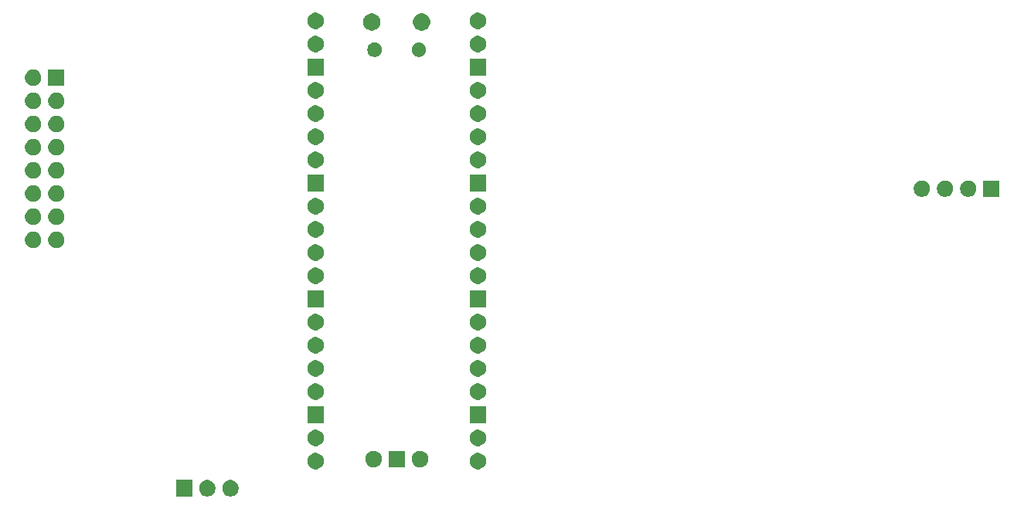
<source format=gbr>
G04 #@! TF.GenerationSoftware,KiCad,Pcbnew,5.1.5+dfsg1-2build2*
G04 #@! TF.CreationDate,2022-11-08T08:06:46+00:00*
G04 #@! TF.ProjectId,datapack-tool1,64617461-7061-4636-9b2d-746f6f6c312e,rev?*
G04 #@! TF.SameCoordinates,Original*
G04 #@! TF.FileFunction,Soldermask,Bot*
G04 #@! TF.FilePolarity,Negative*
%FSLAX46Y46*%
G04 Gerber Fmt 4.6, Leading zero omitted, Abs format (unit mm)*
G04 Created by KiCad (PCBNEW 5.1.5+dfsg1-2build2) date 2022-11-08 08:06:46*
%MOMM*%
%LPD*%
G04 APERTURE LIST*
%ADD10C,0.100000*%
G04 APERTURE END LIST*
D10*
G36*
X102701000Y-161501000D02*
G01*
X100899000Y-161501000D01*
X100899000Y-159699000D01*
X102701000Y-159699000D01*
X102701000Y-161501000D01*
G37*
G36*
X104453512Y-159703927D02*
G01*
X104602812Y-159733624D01*
X104766784Y-159801544D01*
X104914354Y-159900147D01*
X105039853Y-160025646D01*
X105138456Y-160173216D01*
X105206376Y-160337188D01*
X105241000Y-160511259D01*
X105241000Y-160688741D01*
X105206376Y-160862812D01*
X105138456Y-161026784D01*
X105039853Y-161174354D01*
X104914354Y-161299853D01*
X104766784Y-161398456D01*
X104602812Y-161466376D01*
X104453512Y-161496073D01*
X104428742Y-161501000D01*
X104251258Y-161501000D01*
X104226488Y-161496073D01*
X104077188Y-161466376D01*
X103913216Y-161398456D01*
X103765646Y-161299853D01*
X103640147Y-161174354D01*
X103541544Y-161026784D01*
X103473624Y-160862812D01*
X103439000Y-160688741D01*
X103439000Y-160511259D01*
X103473624Y-160337188D01*
X103541544Y-160173216D01*
X103640147Y-160025646D01*
X103765646Y-159900147D01*
X103913216Y-159801544D01*
X104077188Y-159733624D01*
X104226488Y-159703927D01*
X104251258Y-159699000D01*
X104428742Y-159699000D01*
X104453512Y-159703927D01*
G37*
G36*
X106993512Y-159703927D02*
G01*
X107142812Y-159733624D01*
X107306784Y-159801544D01*
X107454354Y-159900147D01*
X107579853Y-160025646D01*
X107678456Y-160173216D01*
X107746376Y-160337188D01*
X107781000Y-160511259D01*
X107781000Y-160688741D01*
X107746376Y-160862812D01*
X107678456Y-161026784D01*
X107579853Y-161174354D01*
X107454354Y-161299853D01*
X107306784Y-161398456D01*
X107142812Y-161466376D01*
X106993512Y-161496073D01*
X106968742Y-161501000D01*
X106791258Y-161501000D01*
X106766488Y-161496073D01*
X106617188Y-161466376D01*
X106453216Y-161398456D01*
X106305646Y-161299853D01*
X106180147Y-161174354D01*
X106081544Y-161026784D01*
X106013624Y-160862812D01*
X105979000Y-160688741D01*
X105979000Y-160511259D01*
X106013624Y-160337188D01*
X106081544Y-160173216D01*
X106180147Y-160025646D01*
X106305646Y-159900147D01*
X106453216Y-159801544D01*
X106617188Y-159733624D01*
X106766488Y-159703927D01*
X106791258Y-159699000D01*
X106968742Y-159699000D01*
X106993512Y-159703927D01*
G37*
G36*
X116323512Y-156733927D02*
G01*
X116472812Y-156763624D01*
X116636784Y-156831544D01*
X116784354Y-156930147D01*
X116909853Y-157055646D01*
X117008456Y-157203216D01*
X117076376Y-157367188D01*
X117111000Y-157541259D01*
X117111000Y-157718741D01*
X117076376Y-157892812D01*
X117008456Y-158056784D01*
X116909853Y-158204354D01*
X116784354Y-158329853D01*
X116636784Y-158428456D01*
X116472812Y-158496376D01*
X116323512Y-158526073D01*
X116298742Y-158531000D01*
X116121258Y-158531000D01*
X116096488Y-158526073D01*
X115947188Y-158496376D01*
X115783216Y-158428456D01*
X115635646Y-158329853D01*
X115510147Y-158204354D01*
X115411544Y-158056784D01*
X115343624Y-157892812D01*
X115309000Y-157718741D01*
X115309000Y-157541259D01*
X115343624Y-157367188D01*
X115411544Y-157203216D01*
X115510147Y-157055646D01*
X115635646Y-156930147D01*
X115783216Y-156831544D01*
X115947188Y-156763624D01*
X116096488Y-156733927D01*
X116121258Y-156729000D01*
X116298742Y-156729000D01*
X116323512Y-156733927D01*
G37*
G36*
X134103512Y-156733927D02*
G01*
X134252812Y-156763624D01*
X134416784Y-156831544D01*
X134564354Y-156930147D01*
X134689853Y-157055646D01*
X134788456Y-157203216D01*
X134856376Y-157367188D01*
X134891000Y-157541259D01*
X134891000Y-157718741D01*
X134856376Y-157892812D01*
X134788456Y-158056784D01*
X134689853Y-158204354D01*
X134564354Y-158329853D01*
X134416784Y-158428456D01*
X134252812Y-158496376D01*
X134103512Y-158526073D01*
X134078742Y-158531000D01*
X133901258Y-158531000D01*
X133876488Y-158526073D01*
X133727188Y-158496376D01*
X133563216Y-158428456D01*
X133415646Y-158329853D01*
X133290147Y-158204354D01*
X133191544Y-158056784D01*
X133123624Y-157892812D01*
X133089000Y-157718741D01*
X133089000Y-157541259D01*
X133123624Y-157367188D01*
X133191544Y-157203216D01*
X133290147Y-157055646D01*
X133415646Y-156930147D01*
X133563216Y-156831544D01*
X133727188Y-156763624D01*
X133876488Y-156733927D01*
X133901258Y-156729000D01*
X134078742Y-156729000D01*
X134103512Y-156733927D01*
G37*
G36*
X127753512Y-156503927D02*
G01*
X127902812Y-156533624D01*
X128066784Y-156601544D01*
X128214354Y-156700147D01*
X128339853Y-156825646D01*
X128438456Y-156973216D01*
X128506376Y-157137188D01*
X128541000Y-157311259D01*
X128541000Y-157488741D01*
X128506376Y-157662812D01*
X128438456Y-157826784D01*
X128339853Y-157974354D01*
X128214354Y-158099853D01*
X128066784Y-158198456D01*
X127902812Y-158266376D01*
X127753512Y-158296073D01*
X127728742Y-158301000D01*
X127551258Y-158301000D01*
X127526488Y-158296073D01*
X127377188Y-158266376D01*
X127213216Y-158198456D01*
X127065646Y-158099853D01*
X126940147Y-157974354D01*
X126841544Y-157826784D01*
X126773624Y-157662812D01*
X126739000Y-157488741D01*
X126739000Y-157311259D01*
X126773624Y-157137188D01*
X126841544Y-156973216D01*
X126940147Y-156825646D01*
X127065646Y-156700147D01*
X127213216Y-156601544D01*
X127377188Y-156533624D01*
X127526488Y-156503927D01*
X127551258Y-156499000D01*
X127728742Y-156499000D01*
X127753512Y-156503927D01*
G37*
G36*
X122673512Y-156503927D02*
G01*
X122822812Y-156533624D01*
X122986784Y-156601544D01*
X123134354Y-156700147D01*
X123259853Y-156825646D01*
X123358456Y-156973216D01*
X123426376Y-157137188D01*
X123461000Y-157311259D01*
X123461000Y-157488741D01*
X123426376Y-157662812D01*
X123358456Y-157826784D01*
X123259853Y-157974354D01*
X123134354Y-158099853D01*
X122986784Y-158198456D01*
X122822812Y-158266376D01*
X122673512Y-158296073D01*
X122648742Y-158301000D01*
X122471258Y-158301000D01*
X122446488Y-158296073D01*
X122297188Y-158266376D01*
X122133216Y-158198456D01*
X121985646Y-158099853D01*
X121860147Y-157974354D01*
X121761544Y-157826784D01*
X121693624Y-157662812D01*
X121659000Y-157488741D01*
X121659000Y-157311259D01*
X121693624Y-157137188D01*
X121761544Y-156973216D01*
X121860147Y-156825646D01*
X121985646Y-156700147D01*
X122133216Y-156601544D01*
X122297188Y-156533624D01*
X122446488Y-156503927D01*
X122471258Y-156499000D01*
X122648742Y-156499000D01*
X122673512Y-156503927D01*
G37*
G36*
X126001000Y-158301000D02*
G01*
X124199000Y-158301000D01*
X124199000Y-156499000D01*
X126001000Y-156499000D01*
X126001000Y-158301000D01*
G37*
G36*
X116323512Y-154193927D02*
G01*
X116472812Y-154223624D01*
X116636784Y-154291544D01*
X116784354Y-154390147D01*
X116909853Y-154515646D01*
X117008456Y-154663216D01*
X117076376Y-154827188D01*
X117111000Y-155001259D01*
X117111000Y-155178741D01*
X117076376Y-155352812D01*
X117008456Y-155516784D01*
X116909853Y-155664354D01*
X116784354Y-155789853D01*
X116636784Y-155888456D01*
X116472812Y-155956376D01*
X116323512Y-155986073D01*
X116298742Y-155991000D01*
X116121258Y-155991000D01*
X116096488Y-155986073D01*
X115947188Y-155956376D01*
X115783216Y-155888456D01*
X115635646Y-155789853D01*
X115510147Y-155664354D01*
X115411544Y-155516784D01*
X115343624Y-155352812D01*
X115309000Y-155178741D01*
X115309000Y-155001259D01*
X115343624Y-154827188D01*
X115411544Y-154663216D01*
X115510147Y-154515646D01*
X115635646Y-154390147D01*
X115783216Y-154291544D01*
X115947188Y-154223624D01*
X116096488Y-154193927D01*
X116121258Y-154189000D01*
X116298742Y-154189000D01*
X116323512Y-154193927D01*
G37*
G36*
X134103512Y-154193927D02*
G01*
X134252812Y-154223624D01*
X134416784Y-154291544D01*
X134564354Y-154390147D01*
X134689853Y-154515646D01*
X134788456Y-154663216D01*
X134856376Y-154827188D01*
X134891000Y-155001259D01*
X134891000Y-155178741D01*
X134856376Y-155352812D01*
X134788456Y-155516784D01*
X134689853Y-155664354D01*
X134564354Y-155789853D01*
X134416784Y-155888456D01*
X134252812Y-155956376D01*
X134103512Y-155986073D01*
X134078742Y-155991000D01*
X133901258Y-155991000D01*
X133876488Y-155986073D01*
X133727188Y-155956376D01*
X133563216Y-155888456D01*
X133415646Y-155789853D01*
X133290147Y-155664354D01*
X133191544Y-155516784D01*
X133123624Y-155352812D01*
X133089000Y-155178741D01*
X133089000Y-155001259D01*
X133123624Y-154827188D01*
X133191544Y-154663216D01*
X133290147Y-154515646D01*
X133415646Y-154390147D01*
X133563216Y-154291544D01*
X133727188Y-154223624D01*
X133876488Y-154193927D01*
X133901258Y-154189000D01*
X134078742Y-154189000D01*
X134103512Y-154193927D01*
G37*
G36*
X117111000Y-153451000D02*
G01*
X115309000Y-153451000D01*
X115309000Y-151649000D01*
X117111000Y-151649000D01*
X117111000Y-153451000D01*
G37*
G36*
X134891000Y-153451000D02*
G01*
X133089000Y-153451000D01*
X133089000Y-151649000D01*
X134891000Y-151649000D01*
X134891000Y-153451000D01*
G37*
G36*
X116323512Y-149113927D02*
G01*
X116472812Y-149143624D01*
X116636784Y-149211544D01*
X116784354Y-149310147D01*
X116909853Y-149435646D01*
X117008456Y-149583216D01*
X117076376Y-149747188D01*
X117111000Y-149921259D01*
X117111000Y-150098741D01*
X117076376Y-150272812D01*
X117008456Y-150436784D01*
X116909853Y-150584354D01*
X116784354Y-150709853D01*
X116636784Y-150808456D01*
X116472812Y-150876376D01*
X116323512Y-150906073D01*
X116298742Y-150911000D01*
X116121258Y-150911000D01*
X116096488Y-150906073D01*
X115947188Y-150876376D01*
X115783216Y-150808456D01*
X115635646Y-150709853D01*
X115510147Y-150584354D01*
X115411544Y-150436784D01*
X115343624Y-150272812D01*
X115309000Y-150098741D01*
X115309000Y-149921259D01*
X115343624Y-149747188D01*
X115411544Y-149583216D01*
X115510147Y-149435646D01*
X115635646Y-149310147D01*
X115783216Y-149211544D01*
X115947188Y-149143624D01*
X116096488Y-149113927D01*
X116121258Y-149109000D01*
X116298742Y-149109000D01*
X116323512Y-149113927D01*
G37*
G36*
X134103512Y-149113927D02*
G01*
X134252812Y-149143624D01*
X134416784Y-149211544D01*
X134564354Y-149310147D01*
X134689853Y-149435646D01*
X134788456Y-149583216D01*
X134856376Y-149747188D01*
X134891000Y-149921259D01*
X134891000Y-150098741D01*
X134856376Y-150272812D01*
X134788456Y-150436784D01*
X134689853Y-150584354D01*
X134564354Y-150709853D01*
X134416784Y-150808456D01*
X134252812Y-150876376D01*
X134103512Y-150906073D01*
X134078742Y-150911000D01*
X133901258Y-150911000D01*
X133876488Y-150906073D01*
X133727188Y-150876376D01*
X133563216Y-150808456D01*
X133415646Y-150709853D01*
X133290147Y-150584354D01*
X133191544Y-150436784D01*
X133123624Y-150272812D01*
X133089000Y-150098741D01*
X133089000Y-149921259D01*
X133123624Y-149747188D01*
X133191544Y-149583216D01*
X133290147Y-149435646D01*
X133415646Y-149310147D01*
X133563216Y-149211544D01*
X133727188Y-149143624D01*
X133876488Y-149113927D01*
X133901258Y-149109000D01*
X134078742Y-149109000D01*
X134103512Y-149113927D01*
G37*
G36*
X116323512Y-146573927D02*
G01*
X116472812Y-146603624D01*
X116636784Y-146671544D01*
X116784354Y-146770147D01*
X116909853Y-146895646D01*
X117008456Y-147043216D01*
X117076376Y-147207188D01*
X117111000Y-147381259D01*
X117111000Y-147558741D01*
X117076376Y-147732812D01*
X117008456Y-147896784D01*
X116909853Y-148044354D01*
X116784354Y-148169853D01*
X116636784Y-148268456D01*
X116472812Y-148336376D01*
X116323512Y-148366073D01*
X116298742Y-148371000D01*
X116121258Y-148371000D01*
X116096488Y-148366073D01*
X115947188Y-148336376D01*
X115783216Y-148268456D01*
X115635646Y-148169853D01*
X115510147Y-148044354D01*
X115411544Y-147896784D01*
X115343624Y-147732812D01*
X115309000Y-147558741D01*
X115309000Y-147381259D01*
X115343624Y-147207188D01*
X115411544Y-147043216D01*
X115510147Y-146895646D01*
X115635646Y-146770147D01*
X115783216Y-146671544D01*
X115947188Y-146603624D01*
X116096488Y-146573927D01*
X116121258Y-146569000D01*
X116298742Y-146569000D01*
X116323512Y-146573927D01*
G37*
G36*
X134103512Y-146573927D02*
G01*
X134252812Y-146603624D01*
X134416784Y-146671544D01*
X134564354Y-146770147D01*
X134689853Y-146895646D01*
X134788456Y-147043216D01*
X134856376Y-147207188D01*
X134891000Y-147381259D01*
X134891000Y-147558741D01*
X134856376Y-147732812D01*
X134788456Y-147896784D01*
X134689853Y-148044354D01*
X134564354Y-148169853D01*
X134416784Y-148268456D01*
X134252812Y-148336376D01*
X134103512Y-148366073D01*
X134078742Y-148371000D01*
X133901258Y-148371000D01*
X133876488Y-148366073D01*
X133727188Y-148336376D01*
X133563216Y-148268456D01*
X133415646Y-148169853D01*
X133290147Y-148044354D01*
X133191544Y-147896784D01*
X133123624Y-147732812D01*
X133089000Y-147558741D01*
X133089000Y-147381259D01*
X133123624Y-147207188D01*
X133191544Y-147043216D01*
X133290147Y-146895646D01*
X133415646Y-146770147D01*
X133563216Y-146671544D01*
X133727188Y-146603624D01*
X133876488Y-146573927D01*
X133901258Y-146569000D01*
X134078742Y-146569000D01*
X134103512Y-146573927D01*
G37*
G36*
X134103512Y-144033927D02*
G01*
X134252812Y-144063624D01*
X134416784Y-144131544D01*
X134564354Y-144230147D01*
X134689853Y-144355646D01*
X134788456Y-144503216D01*
X134856376Y-144667188D01*
X134891000Y-144841259D01*
X134891000Y-145018741D01*
X134856376Y-145192812D01*
X134788456Y-145356784D01*
X134689853Y-145504354D01*
X134564354Y-145629853D01*
X134416784Y-145728456D01*
X134252812Y-145796376D01*
X134103512Y-145826073D01*
X134078742Y-145831000D01*
X133901258Y-145831000D01*
X133876488Y-145826073D01*
X133727188Y-145796376D01*
X133563216Y-145728456D01*
X133415646Y-145629853D01*
X133290147Y-145504354D01*
X133191544Y-145356784D01*
X133123624Y-145192812D01*
X133089000Y-145018741D01*
X133089000Y-144841259D01*
X133123624Y-144667188D01*
X133191544Y-144503216D01*
X133290147Y-144355646D01*
X133415646Y-144230147D01*
X133563216Y-144131544D01*
X133727188Y-144063624D01*
X133876488Y-144033927D01*
X133901258Y-144029000D01*
X134078742Y-144029000D01*
X134103512Y-144033927D01*
G37*
G36*
X116323512Y-144033927D02*
G01*
X116472812Y-144063624D01*
X116636784Y-144131544D01*
X116784354Y-144230147D01*
X116909853Y-144355646D01*
X117008456Y-144503216D01*
X117076376Y-144667188D01*
X117111000Y-144841259D01*
X117111000Y-145018741D01*
X117076376Y-145192812D01*
X117008456Y-145356784D01*
X116909853Y-145504354D01*
X116784354Y-145629853D01*
X116636784Y-145728456D01*
X116472812Y-145796376D01*
X116323512Y-145826073D01*
X116298742Y-145831000D01*
X116121258Y-145831000D01*
X116096488Y-145826073D01*
X115947188Y-145796376D01*
X115783216Y-145728456D01*
X115635646Y-145629853D01*
X115510147Y-145504354D01*
X115411544Y-145356784D01*
X115343624Y-145192812D01*
X115309000Y-145018741D01*
X115309000Y-144841259D01*
X115343624Y-144667188D01*
X115411544Y-144503216D01*
X115510147Y-144355646D01*
X115635646Y-144230147D01*
X115783216Y-144131544D01*
X115947188Y-144063624D01*
X116096488Y-144033927D01*
X116121258Y-144029000D01*
X116298742Y-144029000D01*
X116323512Y-144033927D01*
G37*
G36*
X134103512Y-141493927D02*
G01*
X134252812Y-141523624D01*
X134416784Y-141591544D01*
X134564354Y-141690147D01*
X134689853Y-141815646D01*
X134788456Y-141963216D01*
X134856376Y-142127188D01*
X134891000Y-142301259D01*
X134891000Y-142478741D01*
X134856376Y-142652812D01*
X134788456Y-142816784D01*
X134689853Y-142964354D01*
X134564354Y-143089853D01*
X134416784Y-143188456D01*
X134252812Y-143256376D01*
X134103512Y-143286073D01*
X134078742Y-143291000D01*
X133901258Y-143291000D01*
X133876488Y-143286073D01*
X133727188Y-143256376D01*
X133563216Y-143188456D01*
X133415646Y-143089853D01*
X133290147Y-142964354D01*
X133191544Y-142816784D01*
X133123624Y-142652812D01*
X133089000Y-142478741D01*
X133089000Y-142301259D01*
X133123624Y-142127188D01*
X133191544Y-141963216D01*
X133290147Y-141815646D01*
X133415646Y-141690147D01*
X133563216Y-141591544D01*
X133727188Y-141523624D01*
X133876488Y-141493927D01*
X133901258Y-141489000D01*
X134078742Y-141489000D01*
X134103512Y-141493927D01*
G37*
G36*
X116323512Y-141493927D02*
G01*
X116472812Y-141523624D01*
X116636784Y-141591544D01*
X116784354Y-141690147D01*
X116909853Y-141815646D01*
X117008456Y-141963216D01*
X117076376Y-142127188D01*
X117111000Y-142301259D01*
X117111000Y-142478741D01*
X117076376Y-142652812D01*
X117008456Y-142816784D01*
X116909853Y-142964354D01*
X116784354Y-143089853D01*
X116636784Y-143188456D01*
X116472812Y-143256376D01*
X116323512Y-143286073D01*
X116298742Y-143291000D01*
X116121258Y-143291000D01*
X116096488Y-143286073D01*
X115947188Y-143256376D01*
X115783216Y-143188456D01*
X115635646Y-143089853D01*
X115510147Y-142964354D01*
X115411544Y-142816784D01*
X115343624Y-142652812D01*
X115309000Y-142478741D01*
X115309000Y-142301259D01*
X115343624Y-142127188D01*
X115411544Y-141963216D01*
X115510147Y-141815646D01*
X115635646Y-141690147D01*
X115783216Y-141591544D01*
X115947188Y-141523624D01*
X116096488Y-141493927D01*
X116121258Y-141489000D01*
X116298742Y-141489000D01*
X116323512Y-141493927D01*
G37*
G36*
X134891000Y-140751000D02*
G01*
X133089000Y-140751000D01*
X133089000Y-138949000D01*
X134891000Y-138949000D01*
X134891000Y-140751000D01*
G37*
G36*
X117111000Y-140751000D02*
G01*
X115309000Y-140751000D01*
X115309000Y-138949000D01*
X117111000Y-138949000D01*
X117111000Y-140751000D01*
G37*
G36*
X134103512Y-136413927D02*
G01*
X134252812Y-136443624D01*
X134416784Y-136511544D01*
X134564354Y-136610147D01*
X134689853Y-136735646D01*
X134788456Y-136883216D01*
X134856376Y-137047188D01*
X134891000Y-137221259D01*
X134891000Y-137398741D01*
X134856376Y-137572812D01*
X134788456Y-137736784D01*
X134689853Y-137884354D01*
X134564354Y-138009853D01*
X134416784Y-138108456D01*
X134252812Y-138176376D01*
X134103512Y-138206073D01*
X134078742Y-138211000D01*
X133901258Y-138211000D01*
X133876488Y-138206073D01*
X133727188Y-138176376D01*
X133563216Y-138108456D01*
X133415646Y-138009853D01*
X133290147Y-137884354D01*
X133191544Y-137736784D01*
X133123624Y-137572812D01*
X133089000Y-137398741D01*
X133089000Y-137221259D01*
X133123624Y-137047188D01*
X133191544Y-136883216D01*
X133290147Y-136735646D01*
X133415646Y-136610147D01*
X133563216Y-136511544D01*
X133727188Y-136443624D01*
X133876488Y-136413927D01*
X133901258Y-136409000D01*
X134078742Y-136409000D01*
X134103512Y-136413927D01*
G37*
G36*
X116323512Y-136413927D02*
G01*
X116472812Y-136443624D01*
X116636784Y-136511544D01*
X116784354Y-136610147D01*
X116909853Y-136735646D01*
X117008456Y-136883216D01*
X117076376Y-137047188D01*
X117111000Y-137221259D01*
X117111000Y-137398741D01*
X117076376Y-137572812D01*
X117008456Y-137736784D01*
X116909853Y-137884354D01*
X116784354Y-138009853D01*
X116636784Y-138108456D01*
X116472812Y-138176376D01*
X116323512Y-138206073D01*
X116298742Y-138211000D01*
X116121258Y-138211000D01*
X116096488Y-138206073D01*
X115947188Y-138176376D01*
X115783216Y-138108456D01*
X115635646Y-138009853D01*
X115510147Y-137884354D01*
X115411544Y-137736784D01*
X115343624Y-137572812D01*
X115309000Y-137398741D01*
X115309000Y-137221259D01*
X115343624Y-137047188D01*
X115411544Y-136883216D01*
X115510147Y-136735646D01*
X115635646Y-136610147D01*
X115783216Y-136511544D01*
X115947188Y-136443624D01*
X116096488Y-136413927D01*
X116121258Y-136409000D01*
X116298742Y-136409000D01*
X116323512Y-136413927D01*
G37*
G36*
X116323512Y-133873927D02*
G01*
X116472812Y-133903624D01*
X116636784Y-133971544D01*
X116784354Y-134070147D01*
X116909853Y-134195646D01*
X117008456Y-134343216D01*
X117076376Y-134507188D01*
X117111000Y-134681259D01*
X117111000Y-134858741D01*
X117076376Y-135032812D01*
X117008456Y-135196784D01*
X116909853Y-135344354D01*
X116784354Y-135469853D01*
X116636784Y-135568456D01*
X116472812Y-135636376D01*
X116323512Y-135666073D01*
X116298742Y-135671000D01*
X116121258Y-135671000D01*
X116096488Y-135666073D01*
X115947188Y-135636376D01*
X115783216Y-135568456D01*
X115635646Y-135469853D01*
X115510147Y-135344354D01*
X115411544Y-135196784D01*
X115343624Y-135032812D01*
X115309000Y-134858741D01*
X115309000Y-134681259D01*
X115343624Y-134507188D01*
X115411544Y-134343216D01*
X115510147Y-134195646D01*
X115635646Y-134070147D01*
X115783216Y-133971544D01*
X115947188Y-133903624D01*
X116096488Y-133873927D01*
X116121258Y-133869000D01*
X116298742Y-133869000D01*
X116323512Y-133873927D01*
G37*
G36*
X134103512Y-133873927D02*
G01*
X134252812Y-133903624D01*
X134416784Y-133971544D01*
X134564354Y-134070147D01*
X134689853Y-134195646D01*
X134788456Y-134343216D01*
X134856376Y-134507188D01*
X134891000Y-134681259D01*
X134891000Y-134858741D01*
X134856376Y-135032812D01*
X134788456Y-135196784D01*
X134689853Y-135344354D01*
X134564354Y-135469853D01*
X134416784Y-135568456D01*
X134252812Y-135636376D01*
X134103512Y-135666073D01*
X134078742Y-135671000D01*
X133901258Y-135671000D01*
X133876488Y-135666073D01*
X133727188Y-135636376D01*
X133563216Y-135568456D01*
X133415646Y-135469853D01*
X133290147Y-135344354D01*
X133191544Y-135196784D01*
X133123624Y-135032812D01*
X133089000Y-134858741D01*
X133089000Y-134681259D01*
X133123624Y-134507188D01*
X133191544Y-134343216D01*
X133290147Y-134195646D01*
X133415646Y-134070147D01*
X133563216Y-133971544D01*
X133727188Y-133903624D01*
X133876488Y-133873927D01*
X133901258Y-133869000D01*
X134078742Y-133869000D01*
X134103512Y-133873927D01*
G37*
G36*
X87913512Y-132483927D02*
G01*
X88062812Y-132513624D01*
X88226784Y-132581544D01*
X88374354Y-132680147D01*
X88499853Y-132805646D01*
X88598456Y-132953216D01*
X88666376Y-133117188D01*
X88701000Y-133291259D01*
X88701000Y-133468741D01*
X88666376Y-133642812D01*
X88598456Y-133806784D01*
X88499853Y-133954354D01*
X88374354Y-134079853D01*
X88226784Y-134178456D01*
X88062812Y-134246376D01*
X87913512Y-134276073D01*
X87888742Y-134281000D01*
X87711258Y-134281000D01*
X87686488Y-134276073D01*
X87537188Y-134246376D01*
X87373216Y-134178456D01*
X87225646Y-134079853D01*
X87100147Y-133954354D01*
X87001544Y-133806784D01*
X86933624Y-133642812D01*
X86899000Y-133468741D01*
X86899000Y-133291259D01*
X86933624Y-133117188D01*
X87001544Y-132953216D01*
X87100147Y-132805646D01*
X87225646Y-132680147D01*
X87373216Y-132581544D01*
X87537188Y-132513624D01*
X87686488Y-132483927D01*
X87711258Y-132479000D01*
X87888742Y-132479000D01*
X87913512Y-132483927D01*
G37*
G36*
X85373512Y-132483927D02*
G01*
X85522812Y-132513624D01*
X85686784Y-132581544D01*
X85834354Y-132680147D01*
X85959853Y-132805646D01*
X86058456Y-132953216D01*
X86126376Y-133117188D01*
X86161000Y-133291259D01*
X86161000Y-133468741D01*
X86126376Y-133642812D01*
X86058456Y-133806784D01*
X85959853Y-133954354D01*
X85834354Y-134079853D01*
X85686784Y-134178456D01*
X85522812Y-134246376D01*
X85373512Y-134276073D01*
X85348742Y-134281000D01*
X85171258Y-134281000D01*
X85146488Y-134276073D01*
X84997188Y-134246376D01*
X84833216Y-134178456D01*
X84685646Y-134079853D01*
X84560147Y-133954354D01*
X84461544Y-133806784D01*
X84393624Y-133642812D01*
X84359000Y-133468741D01*
X84359000Y-133291259D01*
X84393624Y-133117188D01*
X84461544Y-132953216D01*
X84560147Y-132805646D01*
X84685646Y-132680147D01*
X84833216Y-132581544D01*
X84997188Y-132513624D01*
X85146488Y-132483927D01*
X85171258Y-132479000D01*
X85348742Y-132479000D01*
X85373512Y-132483927D01*
G37*
G36*
X116323512Y-131333927D02*
G01*
X116472812Y-131363624D01*
X116636784Y-131431544D01*
X116784354Y-131530147D01*
X116909853Y-131655646D01*
X117008456Y-131803216D01*
X117076376Y-131967188D01*
X117111000Y-132141259D01*
X117111000Y-132318741D01*
X117076376Y-132492812D01*
X117008456Y-132656784D01*
X116909853Y-132804354D01*
X116784354Y-132929853D01*
X116636784Y-133028456D01*
X116472812Y-133096376D01*
X116323512Y-133126073D01*
X116298742Y-133131000D01*
X116121258Y-133131000D01*
X116096488Y-133126073D01*
X115947188Y-133096376D01*
X115783216Y-133028456D01*
X115635646Y-132929853D01*
X115510147Y-132804354D01*
X115411544Y-132656784D01*
X115343624Y-132492812D01*
X115309000Y-132318741D01*
X115309000Y-132141259D01*
X115343624Y-131967188D01*
X115411544Y-131803216D01*
X115510147Y-131655646D01*
X115635646Y-131530147D01*
X115783216Y-131431544D01*
X115947188Y-131363624D01*
X116096488Y-131333927D01*
X116121258Y-131329000D01*
X116298742Y-131329000D01*
X116323512Y-131333927D01*
G37*
G36*
X134103512Y-131333927D02*
G01*
X134252812Y-131363624D01*
X134416784Y-131431544D01*
X134564354Y-131530147D01*
X134689853Y-131655646D01*
X134788456Y-131803216D01*
X134856376Y-131967188D01*
X134891000Y-132141259D01*
X134891000Y-132318741D01*
X134856376Y-132492812D01*
X134788456Y-132656784D01*
X134689853Y-132804354D01*
X134564354Y-132929853D01*
X134416784Y-133028456D01*
X134252812Y-133096376D01*
X134103512Y-133126073D01*
X134078742Y-133131000D01*
X133901258Y-133131000D01*
X133876488Y-133126073D01*
X133727188Y-133096376D01*
X133563216Y-133028456D01*
X133415646Y-132929853D01*
X133290147Y-132804354D01*
X133191544Y-132656784D01*
X133123624Y-132492812D01*
X133089000Y-132318741D01*
X133089000Y-132141259D01*
X133123624Y-131967188D01*
X133191544Y-131803216D01*
X133290147Y-131655646D01*
X133415646Y-131530147D01*
X133563216Y-131431544D01*
X133727188Y-131363624D01*
X133876488Y-131333927D01*
X133901258Y-131329000D01*
X134078742Y-131329000D01*
X134103512Y-131333927D01*
G37*
G36*
X87913512Y-129943927D02*
G01*
X88062812Y-129973624D01*
X88226784Y-130041544D01*
X88374354Y-130140147D01*
X88499853Y-130265646D01*
X88598456Y-130413216D01*
X88666376Y-130577188D01*
X88701000Y-130751259D01*
X88701000Y-130928741D01*
X88666376Y-131102812D01*
X88598456Y-131266784D01*
X88499853Y-131414354D01*
X88374354Y-131539853D01*
X88226784Y-131638456D01*
X88062812Y-131706376D01*
X87913512Y-131736073D01*
X87888742Y-131741000D01*
X87711258Y-131741000D01*
X87686488Y-131736073D01*
X87537188Y-131706376D01*
X87373216Y-131638456D01*
X87225646Y-131539853D01*
X87100147Y-131414354D01*
X87001544Y-131266784D01*
X86933624Y-131102812D01*
X86899000Y-130928741D01*
X86899000Y-130751259D01*
X86933624Y-130577188D01*
X87001544Y-130413216D01*
X87100147Y-130265646D01*
X87225646Y-130140147D01*
X87373216Y-130041544D01*
X87537188Y-129973624D01*
X87686488Y-129943927D01*
X87711258Y-129939000D01*
X87888742Y-129939000D01*
X87913512Y-129943927D01*
G37*
G36*
X85373512Y-129943927D02*
G01*
X85522812Y-129973624D01*
X85686784Y-130041544D01*
X85834354Y-130140147D01*
X85959853Y-130265646D01*
X86058456Y-130413216D01*
X86126376Y-130577188D01*
X86161000Y-130751259D01*
X86161000Y-130928741D01*
X86126376Y-131102812D01*
X86058456Y-131266784D01*
X85959853Y-131414354D01*
X85834354Y-131539853D01*
X85686784Y-131638456D01*
X85522812Y-131706376D01*
X85373512Y-131736073D01*
X85348742Y-131741000D01*
X85171258Y-131741000D01*
X85146488Y-131736073D01*
X84997188Y-131706376D01*
X84833216Y-131638456D01*
X84685646Y-131539853D01*
X84560147Y-131414354D01*
X84461544Y-131266784D01*
X84393624Y-131102812D01*
X84359000Y-130928741D01*
X84359000Y-130751259D01*
X84393624Y-130577188D01*
X84461544Y-130413216D01*
X84560147Y-130265646D01*
X84685646Y-130140147D01*
X84833216Y-130041544D01*
X84997188Y-129973624D01*
X85146488Y-129943927D01*
X85171258Y-129939000D01*
X85348742Y-129939000D01*
X85373512Y-129943927D01*
G37*
G36*
X116323512Y-128793927D02*
G01*
X116472812Y-128823624D01*
X116636784Y-128891544D01*
X116784354Y-128990147D01*
X116909853Y-129115646D01*
X117008456Y-129263216D01*
X117076376Y-129427188D01*
X117111000Y-129601259D01*
X117111000Y-129778741D01*
X117076376Y-129952812D01*
X117008456Y-130116784D01*
X116909853Y-130264354D01*
X116784354Y-130389853D01*
X116636784Y-130488456D01*
X116472812Y-130556376D01*
X116323512Y-130586073D01*
X116298742Y-130591000D01*
X116121258Y-130591000D01*
X116096488Y-130586073D01*
X115947188Y-130556376D01*
X115783216Y-130488456D01*
X115635646Y-130389853D01*
X115510147Y-130264354D01*
X115411544Y-130116784D01*
X115343624Y-129952812D01*
X115309000Y-129778741D01*
X115309000Y-129601259D01*
X115343624Y-129427188D01*
X115411544Y-129263216D01*
X115510147Y-129115646D01*
X115635646Y-128990147D01*
X115783216Y-128891544D01*
X115947188Y-128823624D01*
X116096488Y-128793927D01*
X116121258Y-128789000D01*
X116298742Y-128789000D01*
X116323512Y-128793927D01*
G37*
G36*
X134103512Y-128793927D02*
G01*
X134252812Y-128823624D01*
X134416784Y-128891544D01*
X134564354Y-128990147D01*
X134689853Y-129115646D01*
X134788456Y-129263216D01*
X134856376Y-129427188D01*
X134891000Y-129601259D01*
X134891000Y-129778741D01*
X134856376Y-129952812D01*
X134788456Y-130116784D01*
X134689853Y-130264354D01*
X134564354Y-130389853D01*
X134416784Y-130488456D01*
X134252812Y-130556376D01*
X134103512Y-130586073D01*
X134078742Y-130591000D01*
X133901258Y-130591000D01*
X133876488Y-130586073D01*
X133727188Y-130556376D01*
X133563216Y-130488456D01*
X133415646Y-130389853D01*
X133290147Y-130264354D01*
X133191544Y-130116784D01*
X133123624Y-129952812D01*
X133089000Y-129778741D01*
X133089000Y-129601259D01*
X133123624Y-129427188D01*
X133191544Y-129263216D01*
X133290147Y-129115646D01*
X133415646Y-128990147D01*
X133563216Y-128891544D01*
X133727188Y-128823624D01*
X133876488Y-128793927D01*
X133901258Y-128789000D01*
X134078742Y-128789000D01*
X134103512Y-128793927D01*
G37*
G36*
X85373512Y-127403927D02*
G01*
X85522812Y-127433624D01*
X85686784Y-127501544D01*
X85834354Y-127600147D01*
X85959853Y-127725646D01*
X86058456Y-127873216D01*
X86126376Y-128037188D01*
X86161000Y-128211259D01*
X86161000Y-128388741D01*
X86126376Y-128562812D01*
X86058456Y-128726784D01*
X85959853Y-128874354D01*
X85834354Y-128999853D01*
X85686784Y-129098456D01*
X85522812Y-129166376D01*
X85373512Y-129196073D01*
X85348742Y-129201000D01*
X85171258Y-129201000D01*
X85146488Y-129196073D01*
X84997188Y-129166376D01*
X84833216Y-129098456D01*
X84685646Y-128999853D01*
X84560147Y-128874354D01*
X84461544Y-128726784D01*
X84393624Y-128562812D01*
X84359000Y-128388741D01*
X84359000Y-128211259D01*
X84393624Y-128037188D01*
X84461544Y-127873216D01*
X84560147Y-127725646D01*
X84685646Y-127600147D01*
X84833216Y-127501544D01*
X84997188Y-127433624D01*
X85146488Y-127403927D01*
X85171258Y-127399000D01*
X85348742Y-127399000D01*
X85373512Y-127403927D01*
G37*
G36*
X87913512Y-127403927D02*
G01*
X88062812Y-127433624D01*
X88226784Y-127501544D01*
X88374354Y-127600147D01*
X88499853Y-127725646D01*
X88598456Y-127873216D01*
X88666376Y-128037188D01*
X88701000Y-128211259D01*
X88701000Y-128388741D01*
X88666376Y-128562812D01*
X88598456Y-128726784D01*
X88499853Y-128874354D01*
X88374354Y-128999853D01*
X88226784Y-129098456D01*
X88062812Y-129166376D01*
X87913512Y-129196073D01*
X87888742Y-129201000D01*
X87711258Y-129201000D01*
X87686488Y-129196073D01*
X87537188Y-129166376D01*
X87373216Y-129098456D01*
X87225646Y-128999853D01*
X87100147Y-128874354D01*
X87001544Y-128726784D01*
X86933624Y-128562812D01*
X86899000Y-128388741D01*
X86899000Y-128211259D01*
X86933624Y-128037188D01*
X87001544Y-127873216D01*
X87100147Y-127725646D01*
X87225646Y-127600147D01*
X87373216Y-127501544D01*
X87537188Y-127433624D01*
X87686488Y-127403927D01*
X87711258Y-127399000D01*
X87888742Y-127399000D01*
X87913512Y-127403927D01*
G37*
G36*
X185279512Y-126865927D02*
G01*
X185428812Y-126895624D01*
X185592784Y-126963544D01*
X185740354Y-127062147D01*
X185865853Y-127187646D01*
X185964456Y-127335216D01*
X186032376Y-127499188D01*
X186067000Y-127673259D01*
X186067000Y-127850741D01*
X186032376Y-128024812D01*
X185964456Y-128188784D01*
X185865853Y-128336354D01*
X185740354Y-128461853D01*
X185592784Y-128560456D01*
X185428812Y-128628376D01*
X185279512Y-128658073D01*
X185254742Y-128663000D01*
X185077258Y-128663000D01*
X185052488Y-128658073D01*
X184903188Y-128628376D01*
X184739216Y-128560456D01*
X184591646Y-128461853D01*
X184466147Y-128336354D01*
X184367544Y-128188784D01*
X184299624Y-128024812D01*
X184265000Y-127850741D01*
X184265000Y-127673259D01*
X184299624Y-127499188D01*
X184367544Y-127335216D01*
X184466147Y-127187646D01*
X184591646Y-127062147D01*
X184739216Y-126963544D01*
X184903188Y-126895624D01*
X185052488Y-126865927D01*
X185077258Y-126861000D01*
X185254742Y-126861000D01*
X185279512Y-126865927D01*
G37*
G36*
X191147000Y-128663000D02*
G01*
X189345000Y-128663000D01*
X189345000Y-126861000D01*
X191147000Y-126861000D01*
X191147000Y-128663000D01*
G37*
G36*
X187819512Y-126865927D02*
G01*
X187968812Y-126895624D01*
X188132784Y-126963544D01*
X188280354Y-127062147D01*
X188405853Y-127187646D01*
X188504456Y-127335216D01*
X188572376Y-127499188D01*
X188607000Y-127673259D01*
X188607000Y-127850741D01*
X188572376Y-128024812D01*
X188504456Y-128188784D01*
X188405853Y-128336354D01*
X188280354Y-128461853D01*
X188132784Y-128560456D01*
X187968812Y-128628376D01*
X187819512Y-128658073D01*
X187794742Y-128663000D01*
X187617258Y-128663000D01*
X187592488Y-128658073D01*
X187443188Y-128628376D01*
X187279216Y-128560456D01*
X187131646Y-128461853D01*
X187006147Y-128336354D01*
X186907544Y-128188784D01*
X186839624Y-128024812D01*
X186805000Y-127850741D01*
X186805000Y-127673259D01*
X186839624Y-127499188D01*
X186907544Y-127335216D01*
X187006147Y-127187646D01*
X187131646Y-127062147D01*
X187279216Y-126963544D01*
X187443188Y-126895624D01*
X187592488Y-126865927D01*
X187617258Y-126861000D01*
X187794742Y-126861000D01*
X187819512Y-126865927D01*
G37*
G36*
X182739512Y-126865927D02*
G01*
X182888812Y-126895624D01*
X183052784Y-126963544D01*
X183200354Y-127062147D01*
X183325853Y-127187646D01*
X183424456Y-127335216D01*
X183492376Y-127499188D01*
X183527000Y-127673259D01*
X183527000Y-127850741D01*
X183492376Y-128024812D01*
X183424456Y-128188784D01*
X183325853Y-128336354D01*
X183200354Y-128461853D01*
X183052784Y-128560456D01*
X182888812Y-128628376D01*
X182739512Y-128658073D01*
X182714742Y-128663000D01*
X182537258Y-128663000D01*
X182512488Y-128658073D01*
X182363188Y-128628376D01*
X182199216Y-128560456D01*
X182051646Y-128461853D01*
X181926147Y-128336354D01*
X181827544Y-128188784D01*
X181759624Y-128024812D01*
X181725000Y-127850741D01*
X181725000Y-127673259D01*
X181759624Y-127499188D01*
X181827544Y-127335216D01*
X181926147Y-127187646D01*
X182051646Y-127062147D01*
X182199216Y-126963544D01*
X182363188Y-126895624D01*
X182512488Y-126865927D01*
X182537258Y-126861000D01*
X182714742Y-126861000D01*
X182739512Y-126865927D01*
G37*
G36*
X117111000Y-128051000D02*
G01*
X115309000Y-128051000D01*
X115309000Y-126249000D01*
X117111000Y-126249000D01*
X117111000Y-128051000D01*
G37*
G36*
X134891000Y-128051000D02*
G01*
X133089000Y-128051000D01*
X133089000Y-126249000D01*
X134891000Y-126249000D01*
X134891000Y-128051000D01*
G37*
G36*
X85373512Y-124863927D02*
G01*
X85522812Y-124893624D01*
X85686784Y-124961544D01*
X85834354Y-125060147D01*
X85959853Y-125185646D01*
X86058456Y-125333216D01*
X86126376Y-125497188D01*
X86161000Y-125671259D01*
X86161000Y-125848741D01*
X86126376Y-126022812D01*
X86058456Y-126186784D01*
X85959853Y-126334354D01*
X85834354Y-126459853D01*
X85686784Y-126558456D01*
X85522812Y-126626376D01*
X85373512Y-126656073D01*
X85348742Y-126661000D01*
X85171258Y-126661000D01*
X85146488Y-126656073D01*
X84997188Y-126626376D01*
X84833216Y-126558456D01*
X84685646Y-126459853D01*
X84560147Y-126334354D01*
X84461544Y-126186784D01*
X84393624Y-126022812D01*
X84359000Y-125848741D01*
X84359000Y-125671259D01*
X84393624Y-125497188D01*
X84461544Y-125333216D01*
X84560147Y-125185646D01*
X84685646Y-125060147D01*
X84833216Y-124961544D01*
X84997188Y-124893624D01*
X85146488Y-124863927D01*
X85171258Y-124859000D01*
X85348742Y-124859000D01*
X85373512Y-124863927D01*
G37*
G36*
X87913512Y-124863927D02*
G01*
X88062812Y-124893624D01*
X88226784Y-124961544D01*
X88374354Y-125060147D01*
X88499853Y-125185646D01*
X88598456Y-125333216D01*
X88666376Y-125497188D01*
X88701000Y-125671259D01*
X88701000Y-125848741D01*
X88666376Y-126022812D01*
X88598456Y-126186784D01*
X88499853Y-126334354D01*
X88374354Y-126459853D01*
X88226784Y-126558456D01*
X88062812Y-126626376D01*
X87913512Y-126656073D01*
X87888742Y-126661000D01*
X87711258Y-126661000D01*
X87686488Y-126656073D01*
X87537188Y-126626376D01*
X87373216Y-126558456D01*
X87225646Y-126459853D01*
X87100147Y-126334354D01*
X87001544Y-126186784D01*
X86933624Y-126022812D01*
X86899000Y-125848741D01*
X86899000Y-125671259D01*
X86933624Y-125497188D01*
X87001544Y-125333216D01*
X87100147Y-125185646D01*
X87225646Y-125060147D01*
X87373216Y-124961544D01*
X87537188Y-124893624D01*
X87686488Y-124863927D01*
X87711258Y-124859000D01*
X87888742Y-124859000D01*
X87913512Y-124863927D01*
G37*
G36*
X134103512Y-123713927D02*
G01*
X134252812Y-123743624D01*
X134416784Y-123811544D01*
X134564354Y-123910147D01*
X134689853Y-124035646D01*
X134788456Y-124183216D01*
X134856376Y-124347188D01*
X134891000Y-124521259D01*
X134891000Y-124698741D01*
X134856376Y-124872812D01*
X134788456Y-125036784D01*
X134689853Y-125184354D01*
X134564354Y-125309853D01*
X134416784Y-125408456D01*
X134252812Y-125476376D01*
X134103512Y-125506073D01*
X134078742Y-125511000D01*
X133901258Y-125511000D01*
X133876488Y-125506073D01*
X133727188Y-125476376D01*
X133563216Y-125408456D01*
X133415646Y-125309853D01*
X133290147Y-125184354D01*
X133191544Y-125036784D01*
X133123624Y-124872812D01*
X133089000Y-124698741D01*
X133089000Y-124521259D01*
X133123624Y-124347188D01*
X133191544Y-124183216D01*
X133290147Y-124035646D01*
X133415646Y-123910147D01*
X133563216Y-123811544D01*
X133727188Y-123743624D01*
X133876488Y-123713927D01*
X133901258Y-123709000D01*
X134078742Y-123709000D01*
X134103512Y-123713927D01*
G37*
G36*
X116323512Y-123713927D02*
G01*
X116472812Y-123743624D01*
X116636784Y-123811544D01*
X116784354Y-123910147D01*
X116909853Y-124035646D01*
X117008456Y-124183216D01*
X117076376Y-124347188D01*
X117111000Y-124521259D01*
X117111000Y-124698741D01*
X117076376Y-124872812D01*
X117008456Y-125036784D01*
X116909853Y-125184354D01*
X116784354Y-125309853D01*
X116636784Y-125408456D01*
X116472812Y-125476376D01*
X116323512Y-125506073D01*
X116298742Y-125511000D01*
X116121258Y-125511000D01*
X116096488Y-125506073D01*
X115947188Y-125476376D01*
X115783216Y-125408456D01*
X115635646Y-125309853D01*
X115510147Y-125184354D01*
X115411544Y-125036784D01*
X115343624Y-124872812D01*
X115309000Y-124698741D01*
X115309000Y-124521259D01*
X115343624Y-124347188D01*
X115411544Y-124183216D01*
X115510147Y-124035646D01*
X115635646Y-123910147D01*
X115783216Y-123811544D01*
X115947188Y-123743624D01*
X116096488Y-123713927D01*
X116121258Y-123709000D01*
X116298742Y-123709000D01*
X116323512Y-123713927D01*
G37*
G36*
X87913512Y-122323927D02*
G01*
X88062812Y-122353624D01*
X88226784Y-122421544D01*
X88374354Y-122520147D01*
X88499853Y-122645646D01*
X88598456Y-122793216D01*
X88666376Y-122957188D01*
X88701000Y-123131259D01*
X88701000Y-123308741D01*
X88666376Y-123482812D01*
X88598456Y-123646784D01*
X88499853Y-123794354D01*
X88374354Y-123919853D01*
X88226784Y-124018456D01*
X88062812Y-124086376D01*
X87913512Y-124116073D01*
X87888742Y-124121000D01*
X87711258Y-124121000D01*
X87686488Y-124116073D01*
X87537188Y-124086376D01*
X87373216Y-124018456D01*
X87225646Y-123919853D01*
X87100147Y-123794354D01*
X87001544Y-123646784D01*
X86933624Y-123482812D01*
X86899000Y-123308741D01*
X86899000Y-123131259D01*
X86933624Y-122957188D01*
X87001544Y-122793216D01*
X87100147Y-122645646D01*
X87225646Y-122520147D01*
X87373216Y-122421544D01*
X87537188Y-122353624D01*
X87686488Y-122323927D01*
X87711258Y-122319000D01*
X87888742Y-122319000D01*
X87913512Y-122323927D01*
G37*
G36*
X85373512Y-122323927D02*
G01*
X85522812Y-122353624D01*
X85686784Y-122421544D01*
X85834354Y-122520147D01*
X85959853Y-122645646D01*
X86058456Y-122793216D01*
X86126376Y-122957188D01*
X86161000Y-123131259D01*
X86161000Y-123308741D01*
X86126376Y-123482812D01*
X86058456Y-123646784D01*
X85959853Y-123794354D01*
X85834354Y-123919853D01*
X85686784Y-124018456D01*
X85522812Y-124086376D01*
X85373512Y-124116073D01*
X85348742Y-124121000D01*
X85171258Y-124121000D01*
X85146488Y-124116073D01*
X84997188Y-124086376D01*
X84833216Y-124018456D01*
X84685646Y-123919853D01*
X84560147Y-123794354D01*
X84461544Y-123646784D01*
X84393624Y-123482812D01*
X84359000Y-123308741D01*
X84359000Y-123131259D01*
X84393624Y-122957188D01*
X84461544Y-122793216D01*
X84560147Y-122645646D01*
X84685646Y-122520147D01*
X84833216Y-122421544D01*
X84997188Y-122353624D01*
X85146488Y-122323927D01*
X85171258Y-122319000D01*
X85348742Y-122319000D01*
X85373512Y-122323927D01*
G37*
G36*
X116323512Y-121173927D02*
G01*
X116472812Y-121203624D01*
X116636784Y-121271544D01*
X116784354Y-121370147D01*
X116909853Y-121495646D01*
X117008456Y-121643216D01*
X117076376Y-121807188D01*
X117111000Y-121981259D01*
X117111000Y-122158741D01*
X117076376Y-122332812D01*
X117008456Y-122496784D01*
X116909853Y-122644354D01*
X116784354Y-122769853D01*
X116636784Y-122868456D01*
X116472812Y-122936376D01*
X116323512Y-122966073D01*
X116298742Y-122971000D01*
X116121258Y-122971000D01*
X116096488Y-122966073D01*
X115947188Y-122936376D01*
X115783216Y-122868456D01*
X115635646Y-122769853D01*
X115510147Y-122644354D01*
X115411544Y-122496784D01*
X115343624Y-122332812D01*
X115309000Y-122158741D01*
X115309000Y-121981259D01*
X115343624Y-121807188D01*
X115411544Y-121643216D01*
X115510147Y-121495646D01*
X115635646Y-121370147D01*
X115783216Y-121271544D01*
X115947188Y-121203624D01*
X116096488Y-121173927D01*
X116121258Y-121169000D01*
X116298742Y-121169000D01*
X116323512Y-121173927D01*
G37*
G36*
X134103512Y-121173927D02*
G01*
X134252812Y-121203624D01*
X134416784Y-121271544D01*
X134564354Y-121370147D01*
X134689853Y-121495646D01*
X134788456Y-121643216D01*
X134856376Y-121807188D01*
X134891000Y-121981259D01*
X134891000Y-122158741D01*
X134856376Y-122332812D01*
X134788456Y-122496784D01*
X134689853Y-122644354D01*
X134564354Y-122769853D01*
X134416784Y-122868456D01*
X134252812Y-122936376D01*
X134103512Y-122966073D01*
X134078742Y-122971000D01*
X133901258Y-122971000D01*
X133876488Y-122966073D01*
X133727188Y-122936376D01*
X133563216Y-122868456D01*
X133415646Y-122769853D01*
X133290147Y-122644354D01*
X133191544Y-122496784D01*
X133123624Y-122332812D01*
X133089000Y-122158741D01*
X133089000Y-121981259D01*
X133123624Y-121807188D01*
X133191544Y-121643216D01*
X133290147Y-121495646D01*
X133415646Y-121370147D01*
X133563216Y-121271544D01*
X133727188Y-121203624D01*
X133876488Y-121173927D01*
X133901258Y-121169000D01*
X134078742Y-121169000D01*
X134103512Y-121173927D01*
G37*
G36*
X85373512Y-119783927D02*
G01*
X85522812Y-119813624D01*
X85686784Y-119881544D01*
X85834354Y-119980147D01*
X85959853Y-120105646D01*
X86058456Y-120253216D01*
X86126376Y-120417188D01*
X86161000Y-120591259D01*
X86161000Y-120768741D01*
X86126376Y-120942812D01*
X86058456Y-121106784D01*
X85959853Y-121254354D01*
X85834354Y-121379853D01*
X85686784Y-121478456D01*
X85522812Y-121546376D01*
X85373512Y-121576073D01*
X85348742Y-121581000D01*
X85171258Y-121581000D01*
X85146488Y-121576073D01*
X84997188Y-121546376D01*
X84833216Y-121478456D01*
X84685646Y-121379853D01*
X84560147Y-121254354D01*
X84461544Y-121106784D01*
X84393624Y-120942812D01*
X84359000Y-120768741D01*
X84359000Y-120591259D01*
X84393624Y-120417188D01*
X84461544Y-120253216D01*
X84560147Y-120105646D01*
X84685646Y-119980147D01*
X84833216Y-119881544D01*
X84997188Y-119813624D01*
X85146488Y-119783927D01*
X85171258Y-119779000D01*
X85348742Y-119779000D01*
X85373512Y-119783927D01*
G37*
G36*
X87913512Y-119783927D02*
G01*
X88062812Y-119813624D01*
X88226784Y-119881544D01*
X88374354Y-119980147D01*
X88499853Y-120105646D01*
X88598456Y-120253216D01*
X88666376Y-120417188D01*
X88701000Y-120591259D01*
X88701000Y-120768741D01*
X88666376Y-120942812D01*
X88598456Y-121106784D01*
X88499853Y-121254354D01*
X88374354Y-121379853D01*
X88226784Y-121478456D01*
X88062812Y-121546376D01*
X87913512Y-121576073D01*
X87888742Y-121581000D01*
X87711258Y-121581000D01*
X87686488Y-121576073D01*
X87537188Y-121546376D01*
X87373216Y-121478456D01*
X87225646Y-121379853D01*
X87100147Y-121254354D01*
X87001544Y-121106784D01*
X86933624Y-120942812D01*
X86899000Y-120768741D01*
X86899000Y-120591259D01*
X86933624Y-120417188D01*
X87001544Y-120253216D01*
X87100147Y-120105646D01*
X87225646Y-119980147D01*
X87373216Y-119881544D01*
X87537188Y-119813624D01*
X87686488Y-119783927D01*
X87711258Y-119779000D01*
X87888742Y-119779000D01*
X87913512Y-119783927D01*
G37*
G36*
X134103512Y-118633927D02*
G01*
X134252812Y-118663624D01*
X134416784Y-118731544D01*
X134564354Y-118830147D01*
X134689853Y-118955646D01*
X134788456Y-119103216D01*
X134856376Y-119267188D01*
X134891000Y-119441259D01*
X134891000Y-119618741D01*
X134856376Y-119792812D01*
X134788456Y-119956784D01*
X134689853Y-120104354D01*
X134564354Y-120229853D01*
X134416784Y-120328456D01*
X134252812Y-120396376D01*
X134103512Y-120426073D01*
X134078742Y-120431000D01*
X133901258Y-120431000D01*
X133876488Y-120426073D01*
X133727188Y-120396376D01*
X133563216Y-120328456D01*
X133415646Y-120229853D01*
X133290147Y-120104354D01*
X133191544Y-119956784D01*
X133123624Y-119792812D01*
X133089000Y-119618741D01*
X133089000Y-119441259D01*
X133123624Y-119267188D01*
X133191544Y-119103216D01*
X133290147Y-118955646D01*
X133415646Y-118830147D01*
X133563216Y-118731544D01*
X133727188Y-118663624D01*
X133876488Y-118633927D01*
X133901258Y-118629000D01*
X134078742Y-118629000D01*
X134103512Y-118633927D01*
G37*
G36*
X116323512Y-118633927D02*
G01*
X116472812Y-118663624D01*
X116636784Y-118731544D01*
X116784354Y-118830147D01*
X116909853Y-118955646D01*
X117008456Y-119103216D01*
X117076376Y-119267188D01*
X117111000Y-119441259D01*
X117111000Y-119618741D01*
X117076376Y-119792812D01*
X117008456Y-119956784D01*
X116909853Y-120104354D01*
X116784354Y-120229853D01*
X116636784Y-120328456D01*
X116472812Y-120396376D01*
X116323512Y-120426073D01*
X116298742Y-120431000D01*
X116121258Y-120431000D01*
X116096488Y-120426073D01*
X115947188Y-120396376D01*
X115783216Y-120328456D01*
X115635646Y-120229853D01*
X115510147Y-120104354D01*
X115411544Y-119956784D01*
X115343624Y-119792812D01*
X115309000Y-119618741D01*
X115309000Y-119441259D01*
X115343624Y-119267188D01*
X115411544Y-119103216D01*
X115510147Y-118955646D01*
X115635646Y-118830147D01*
X115783216Y-118731544D01*
X115947188Y-118663624D01*
X116096488Y-118633927D01*
X116121258Y-118629000D01*
X116298742Y-118629000D01*
X116323512Y-118633927D01*
G37*
G36*
X85373512Y-117243927D02*
G01*
X85522812Y-117273624D01*
X85686784Y-117341544D01*
X85834354Y-117440147D01*
X85959853Y-117565646D01*
X86058456Y-117713216D01*
X86126376Y-117877188D01*
X86161000Y-118051259D01*
X86161000Y-118228741D01*
X86126376Y-118402812D01*
X86058456Y-118566784D01*
X85959853Y-118714354D01*
X85834354Y-118839853D01*
X85686784Y-118938456D01*
X85522812Y-119006376D01*
X85373512Y-119036073D01*
X85348742Y-119041000D01*
X85171258Y-119041000D01*
X85146488Y-119036073D01*
X84997188Y-119006376D01*
X84833216Y-118938456D01*
X84685646Y-118839853D01*
X84560147Y-118714354D01*
X84461544Y-118566784D01*
X84393624Y-118402812D01*
X84359000Y-118228741D01*
X84359000Y-118051259D01*
X84393624Y-117877188D01*
X84461544Y-117713216D01*
X84560147Y-117565646D01*
X84685646Y-117440147D01*
X84833216Y-117341544D01*
X84997188Y-117273624D01*
X85146488Y-117243927D01*
X85171258Y-117239000D01*
X85348742Y-117239000D01*
X85373512Y-117243927D01*
G37*
G36*
X87913512Y-117243927D02*
G01*
X88062812Y-117273624D01*
X88226784Y-117341544D01*
X88374354Y-117440147D01*
X88499853Y-117565646D01*
X88598456Y-117713216D01*
X88666376Y-117877188D01*
X88701000Y-118051259D01*
X88701000Y-118228741D01*
X88666376Y-118402812D01*
X88598456Y-118566784D01*
X88499853Y-118714354D01*
X88374354Y-118839853D01*
X88226784Y-118938456D01*
X88062812Y-119006376D01*
X87913512Y-119036073D01*
X87888742Y-119041000D01*
X87711258Y-119041000D01*
X87686488Y-119036073D01*
X87537188Y-119006376D01*
X87373216Y-118938456D01*
X87225646Y-118839853D01*
X87100147Y-118714354D01*
X87001544Y-118566784D01*
X86933624Y-118402812D01*
X86899000Y-118228741D01*
X86899000Y-118051259D01*
X86933624Y-117877188D01*
X87001544Y-117713216D01*
X87100147Y-117565646D01*
X87225646Y-117440147D01*
X87373216Y-117341544D01*
X87537188Y-117273624D01*
X87686488Y-117243927D01*
X87711258Y-117239000D01*
X87888742Y-117239000D01*
X87913512Y-117243927D01*
G37*
G36*
X134103512Y-116093927D02*
G01*
X134252812Y-116123624D01*
X134416784Y-116191544D01*
X134564354Y-116290147D01*
X134689853Y-116415646D01*
X134788456Y-116563216D01*
X134856376Y-116727188D01*
X134891000Y-116901259D01*
X134891000Y-117078741D01*
X134856376Y-117252812D01*
X134788456Y-117416784D01*
X134689853Y-117564354D01*
X134564354Y-117689853D01*
X134416784Y-117788456D01*
X134252812Y-117856376D01*
X134103512Y-117886073D01*
X134078742Y-117891000D01*
X133901258Y-117891000D01*
X133876488Y-117886073D01*
X133727188Y-117856376D01*
X133563216Y-117788456D01*
X133415646Y-117689853D01*
X133290147Y-117564354D01*
X133191544Y-117416784D01*
X133123624Y-117252812D01*
X133089000Y-117078741D01*
X133089000Y-116901259D01*
X133123624Y-116727188D01*
X133191544Y-116563216D01*
X133290147Y-116415646D01*
X133415646Y-116290147D01*
X133563216Y-116191544D01*
X133727188Y-116123624D01*
X133876488Y-116093927D01*
X133901258Y-116089000D01*
X134078742Y-116089000D01*
X134103512Y-116093927D01*
G37*
G36*
X116323512Y-116093927D02*
G01*
X116472812Y-116123624D01*
X116636784Y-116191544D01*
X116784354Y-116290147D01*
X116909853Y-116415646D01*
X117008456Y-116563216D01*
X117076376Y-116727188D01*
X117111000Y-116901259D01*
X117111000Y-117078741D01*
X117076376Y-117252812D01*
X117008456Y-117416784D01*
X116909853Y-117564354D01*
X116784354Y-117689853D01*
X116636784Y-117788456D01*
X116472812Y-117856376D01*
X116323512Y-117886073D01*
X116298742Y-117891000D01*
X116121258Y-117891000D01*
X116096488Y-117886073D01*
X115947188Y-117856376D01*
X115783216Y-117788456D01*
X115635646Y-117689853D01*
X115510147Y-117564354D01*
X115411544Y-117416784D01*
X115343624Y-117252812D01*
X115309000Y-117078741D01*
X115309000Y-116901259D01*
X115343624Y-116727188D01*
X115411544Y-116563216D01*
X115510147Y-116415646D01*
X115635646Y-116290147D01*
X115783216Y-116191544D01*
X115947188Y-116123624D01*
X116096488Y-116093927D01*
X116121258Y-116089000D01*
X116298742Y-116089000D01*
X116323512Y-116093927D01*
G37*
G36*
X85373512Y-114703927D02*
G01*
X85522812Y-114733624D01*
X85686784Y-114801544D01*
X85834354Y-114900147D01*
X85959853Y-115025646D01*
X86058456Y-115173216D01*
X86126376Y-115337188D01*
X86161000Y-115511259D01*
X86161000Y-115688741D01*
X86126376Y-115862812D01*
X86058456Y-116026784D01*
X85959853Y-116174354D01*
X85834354Y-116299853D01*
X85686784Y-116398456D01*
X85522812Y-116466376D01*
X85373512Y-116496073D01*
X85348742Y-116501000D01*
X85171258Y-116501000D01*
X85146488Y-116496073D01*
X84997188Y-116466376D01*
X84833216Y-116398456D01*
X84685646Y-116299853D01*
X84560147Y-116174354D01*
X84461544Y-116026784D01*
X84393624Y-115862812D01*
X84359000Y-115688741D01*
X84359000Y-115511259D01*
X84393624Y-115337188D01*
X84461544Y-115173216D01*
X84560147Y-115025646D01*
X84685646Y-114900147D01*
X84833216Y-114801544D01*
X84997188Y-114733624D01*
X85146488Y-114703927D01*
X85171258Y-114699000D01*
X85348742Y-114699000D01*
X85373512Y-114703927D01*
G37*
G36*
X88701000Y-116501000D02*
G01*
X86899000Y-116501000D01*
X86899000Y-114699000D01*
X88701000Y-114699000D01*
X88701000Y-116501000D01*
G37*
G36*
X134891000Y-115351000D02*
G01*
X133089000Y-115351000D01*
X133089000Y-113549000D01*
X134891000Y-113549000D01*
X134891000Y-115351000D01*
G37*
G36*
X117111000Y-115351000D02*
G01*
X115309000Y-115351000D01*
X115309000Y-113549000D01*
X117111000Y-113549000D01*
X117111000Y-115351000D01*
G37*
G36*
X122908642Y-111759781D02*
G01*
X123054414Y-111820162D01*
X123054416Y-111820163D01*
X123185608Y-111907822D01*
X123297178Y-112019392D01*
X123384837Y-112150584D01*
X123384838Y-112150586D01*
X123445219Y-112296358D01*
X123476000Y-112451107D01*
X123476000Y-112608893D01*
X123445219Y-112763642D01*
X123384838Y-112909414D01*
X123384837Y-112909416D01*
X123297178Y-113040608D01*
X123185608Y-113152178D01*
X123054416Y-113239837D01*
X123054415Y-113239838D01*
X123054414Y-113239838D01*
X122908642Y-113300219D01*
X122753893Y-113331000D01*
X122596107Y-113331000D01*
X122441358Y-113300219D01*
X122295586Y-113239838D01*
X122295585Y-113239838D01*
X122295584Y-113239837D01*
X122164392Y-113152178D01*
X122052822Y-113040608D01*
X121965163Y-112909416D01*
X121965162Y-112909414D01*
X121904781Y-112763642D01*
X121874000Y-112608893D01*
X121874000Y-112451107D01*
X121904781Y-112296358D01*
X121965162Y-112150586D01*
X121965163Y-112150584D01*
X122052822Y-112019392D01*
X122164392Y-111907822D01*
X122295584Y-111820163D01*
X122295586Y-111820162D01*
X122441358Y-111759781D01*
X122596107Y-111729000D01*
X122753893Y-111729000D01*
X122908642Y-111759781D01*
G37*
G36*
X127758642Y-111759781D02*
G01*
X127904414Y-111820162D01*
X127904416Y-111820163D01*
X128035608Y-111907822D01*
X128147178Y-112019392D01*
X128234837Y-112150584D01*
X128234838Y-112150586D01*
X128295219Y-112296358D01*
X128326000Y-112451107D01*
X128326000Y-112608893D01*
X128295219Y-112763642D01*
X128234838Y-112909414D01*
X128234837Y-112909416D01*
X128147178Y-113040608D01*
X128035608Y-113152178D01*
X127904416Y-113239837D01*
X127904415Y-113239838D01*
X127904414Y-113239838D01*
X127758642Y-113300219D01*
X127603893Y-113331000D01*
X127446107Y-113331000D01*
X127291358Y-113300219D01*
X127145586Y-113239838D01*
X127145585Y-113239838D01*
X127145584Y-113239837D01*
X127014392Y-113152178D01*
X126902822Y-113040608D01*
X126815163Y-112909416D01*
X126815162Y-112909414D01*
X126754781Y-112763642D01*
X126724000Y-112608893D01*
X126724000Y-112451107D01*
X126754781Y-112296358D01*
X126815162Y-112150586D01*
X126815163Y-112150584D01*
X126902822Y-112019392D01*
X127014392Y-111907822D01*
X127145584Y-111820163D01*
X127145586Y-111820162D01*
X127291358Y-111759781D01*
X127446107Y-111729000D01*
X127603893Y-111729000D01*
X127758642Y-111759781D01*
G37*
G36*
X134103512Y-111013927D02*
G01*
X134252812Y-111043624D01*
X134416784Y-111111544D01*
X134564354Y-111210147D01*
X134689853Y-111335646D01*
X134788456Y-111483216D01*
X134856376Y-111647188D01*
X134891000Y-111821259D01*
X134891000Y-111998741D01*
X134856376Y-112172812D01*
X134788456Y-112336784D01*
X134689853Y-112484354D01*
X134564354Y-112609853D01*
X134416784Y-112708456D01*
X134252812Y-112776376D01*
X134103512Y-112806073D01*
X134078742Y-112811000D01*
X133901258Y-112811000D01*
X133876488Y-112806073D01*
X133727188Y-112776376D01*
X133563216Y-112708456D01*
X133415646Y-112609853D01*
X133290147Y-112484354D01*
X133191544Y-112336784D01*
X133123624Y-112172812D01*
X133089000Y-111998741D01*
X133089000Y-111821259D01*
X133123624Y-111647188D01*
X133191544Y-111483216D01*
X133290147Y-111335646D01*
X133415646Y-111210147D01*
X133563216Y-111111544D01*
X133727188Y-111043624D01*
X133876488Y-111013927D01*
X133901258Y-111009000D01*
X134078742Y-111009000D01*
X134103512Y-111013927D01*
G37*
G36*
X116323512Y-111013927D02*
G01*
X116472812Y-111043624D01*
X116636784Y-111111544D01*
X116784354Y-111210147D01*
X116909853Y-111335646D01*
X117008456Y-111483216D01*
X117076376Y-111647188D01*
X117111000Y-111821259D01*
X117111000Y-111998741D01*
X117076376Y-112172812D01*
X117008456Y-112336784D01*
X116909853Y-112484354D01*
X116784354Y-112609853D01*
X116636784Y-112708456D01*
X116472812Y-112776376D01*
X116323512Y-112806073D01*
X116298742Y-112811000D01*
X116121258Y-112811000D01*
X116096488Y-112806073D01*
X115947188Y-112776376D01*
X115783216Y-112708456D01*
X115635646Y-112609853D01*
X115510147Y-112484354D01*
X115411544Y-112336784D01*
X115343624Y-112172812D01*
X115309000Y-111998741D01*
X115309000Y-111821259D01*
X115343624Y-111647188D01*
X115411544Y-111483216D01*
X115510147Y-111335646D01*
X115635646Y-111210147D01*
X115783216Y-111111544D01*
X115947188Y-111043624D01*
X116096488Y-111013927D01*
X116121258Y-111009000D01*
X116298742Y-111009000D01*
X116323512Y-111013927D01*
G37*
G36*
X122652395Y-108585546D02*
G01*
X122825466Y-108657234D01*
X122844793Y-108670148D01*
X122981227Y-108761310D01*
X123113690Y-108893773D01*
X123146728Y-108943218D01*
X123217766Y-109049534D01*
X123289454Y-109222605D01*
X123326000Y-109406333D01*
X123326000Y-109593667D01*
X123289454Y-109777395D01*
X123217766Y-109950466D01*
X123217765Y-109950467D01*
X123113690Y-110106227D01*
X122981227Y-110238690D01*
X122932871Y-110271000D01*
X122825466Y-110342766D01*
X122652395Y-110414454D01*
X122468667Y-110451000D01*
X122281333Y-110451000D01*
X122097605Y-110414454D01*
X121924534Y-110342766D01*
X121817129Y-110271000D01*
X121768773Y-110238690D01*
X121636310Y-110106227D01*
X121532235Y-109950467D01*
X121532234Y-109950466D01*
X121460546Y-109777395D01*
X121424000Y-109593667D01*
X121424000Y-109406333D01*
X121460546Y-109222605D01*
X121532234Y-109049534D01*
X121603272Y-108943218D01*
X121636310Y-108893773D01*
X121768773Y-108761310D01*
X121905207Y-108670148D01*
X121924534Y-108657234D01*
X122097605Y-108585546D01*
X122281333Y-108549000D01*
X122468667Y-108549000D01*
X122652395Y-108585546D01*
G37*
G36*
X128102395Y-108585546D02*
G01*
X128275466Y-108657234D01*
X128294793Y-108670148D01*
X128431227Y-108761310D01*
X128563690Y-108893773D01*
X128596728Y-108943218D01*
X128667766Y-109049534D01*
X128739454Y-109222605D01*
X128776000Y-109406333D01*
X128776000Y-109593667D01*
X128739454Y-109777395D01*
X128667766Y-109950466D01*
X128667765Y-109950467D01*
X128563690Y-110106227D01*
X128431227Y-110238690D01*
X128382871Y-110271000D01*
X128275466Y-110342766D01*
X128102395Y-110414454D01*
X127918667Y-110451000D01*
X127731333Y-110451000D01*
X127547605Y-110414454D01*
X127374534Y-110342766D01*
X127267129Y-110271000D01*
X127218773Y-110238690D01*
X127086310Y-110106227D01*
X126982235Y-109950467D01*
X126982234Y-109950466D01*
X126910546Y-109777395D01*
X126874000Y-109593667D01*
X126874000Y-109406333D01*
X126910546Y-109222605D01*
X126982234Y-109049534D01*
X127053272Y-108943218D01*
X127086310Y-108893773D01*
X127218773Y-108761310D01*
X127355207Y-108670148D01*
X127374534Y-108657234D01*
X127547605Y-108585546D01*
X127731333Y-108549000D01*
X127918667Y-108549000D01*
X128102395Y-108585546D01*
G37*
G36*
X134103512Y-108473927D02*
G01*
X134252812Y-108503624D01*
X134416784Y-108571544D01*
X134564354Y-108670147D01*
X134689853Y-108795646D01*
X134788456Y-108943216D01*
X134856376Y-109107188D01*
X134891000Y-109281259D01*
X134891000Y-109458741D01*
X134856376Y-109632812D01*
X134788456Y-109796784D01*
X134689853Y-109944354D01*
X134564354Y-110069853D01*
X134416784Y-110168456D01*
X134252812Y-110236376D01*
X134103512Y-110266073D01*
X134078742Y-110271000D01*
X133901258Y-110271000D01*
X133876488Y-110266073D01*
X133727188Y-110236376D01*
X133563216Y-110168456D01*
X133415646Y-110069853D01*
X133290147Y-109944354D01*
X133191544Y-109796784D01*
X133123624Y-109632812D01*
X133089000Y-109458741D01*
X133089000Y-109281259D01*
X133123624Y-109107188D01*
X133191544Y-108943216D01*
X133290147Y-108795646D01*
X133415646Y-108670147D01*
X133563216Y-108571544D01*
X133727188Y-108503624D01*
X133876488Y-108473927D01*
X133901258Y-108469000D01*
X134078742Y-108469000D01*
X134103512Y-108473927D01*
G37*
G36*
X116323512Y-108473927D02*
G01*
X116472812Y-108503624D01*
X116636784Y-108571544D01*
X116784354Y-108670147D01*
X116909853Y-108795646D01*
X117008456Y-108943216D01*
X117076376Y-109107188D01*
X117111000Y-109281259D01*
X117111000Y-109458741D01*
X117076376Y-109632812D01*
X117008456Y-109796784D01*
X116909853Y-109944354D01*
X116784354Y-110069853D01*
X116636784Y-110168456D01*
X116472812Y-110236376D01*
X116323512Y-110266073D01*
X116298742Y-110271000D01*
X116121258Y-110271000D01*
X116096488Y-110266073D01*
X115947188Y-110236376D01*
X115783216Y-110168456D01*
X115635646Y-110069853D01*
X115510147Y-109944354D01*
X115411544Y-109796784D01*
X115343624Y-109632812D01*
X115309000Y-109458741D01*
X115309000Y-109281259D01*
X115343624Y-109107188D01*
X115411544Y-108943216D01*
X115510147Y-108795646D01*
X115635646Y-108670147D01*
X115783216Y-108571544D01*
X115947188Y-108503624D01*
X116096488Y-108473927D01*
X116121258Y-108469000D01*
X116298742Y-108469000D01*
X116323512Y-108473927D01*
G37*
M02*

</source>
